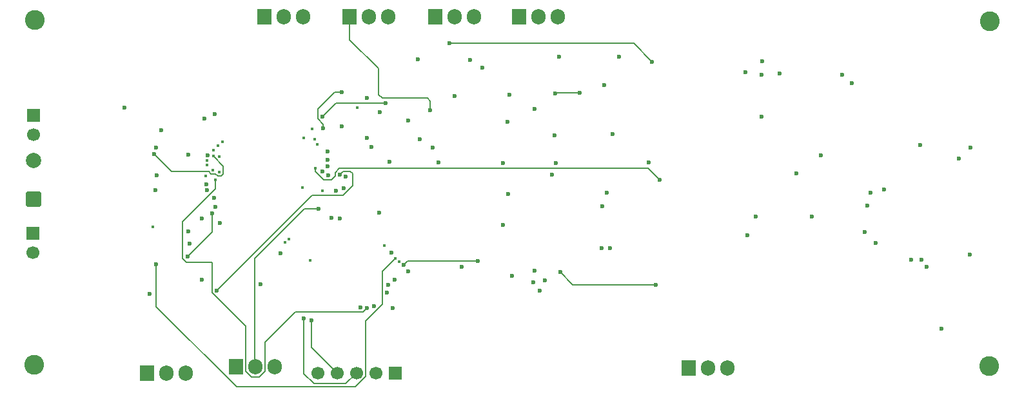
<source format=gbr>
%TF.GenerationSoftware,KiCad,Pcbnew,9.0.2*%
%TF.CreationDate,2025-07-10T19:46:15+05:30*%
%TF.ProjectId,STM32 ESC PCB Design,53544d33-3220-4455-9343-205043422044,rev?*%
%TF.SameCoordinates,Original*%
%TF.FileFunction,Copper,L5,Inr*%
%TF.FilePolarity,Positive*%
%FSLAX46Y46*%
G04 Gerber Fmt 4.6, Leading zero omitted, Abs format (unit mm)*
G04 Created by KiCad (PCBNEW 9.0.2) date 2025-07-10 19:46:15*
%MOMM*%
%LPD*%
G01*
G04 APERTURE LIST*
G04 Aperture macros list*
%AMRoundRect*
0 Rectangle with rounded corners*
0 $1 Rounding radius*
0 $2 $3 $4 $5 $6 $7 $8 $9 X,Y pos of 4 corners*
0 Add a 4 corners polygon primitive as box body*
4,1,4,$2,$3,$4,$5,$6,$7,$8,$9,$2,$3,0*
0 Add four circle primitives for the rounded corners*
1,1,$1+$1,$2,$3*
1,1,$1+$1,$4,$5*
1,1,$1+$1,$6,$7*
1,1,$1+$1,$8,$9*
0 Add four rect primitives between the rounded corners*
20,1,$1+$1,$2,$3,$4,$5,0*
20,1,$1+$1,$4,$5,$6,$7,0*
20,1,$1+$1,$6,$7,$8,$9,0*
20,1,$1+$1,$8,$9,$2,$3,0*%
G04 Aperture macros list end*
%TA.AperFunction,ComponentPad*%
%ADD10C,2.600000*%
%TD*%
%TA.AperFunction,ComponentPad*%
%ADD11R,1.700000X1.700000*%
%TD*%
%TA.AperFunction,ComponentPad*%
%ADD12C,1.700000*%
%TD*%
%TA.AperFunction,ComponentPad*%
%ADD13R,1.905000X2.000000*%
%TD*%
%TA.AperFunction,ComponentPad*%
%ADD14O,1.905000X2.000000*%
%TD*%
%TA.AperFunction,ComponentPad*%
%ADD15RoundRect,0.250000X0.750000X-0.750000X0.750000X0.750000X-0.750000X0.750000X-0.750000X-0.750000X0*%
%TD*%
%TA.AperFunction,ComponentPad*%
%ADD16C,2.000000*%
%TD*%
%TA.AperFunction,ViaPad*%
%ADD17C,0.600000*%
%TD*%
%TA.AperFunction,ViaPad*%
%ADD18C,0.400000*%
%TD*%
%TA.AperFunction,Conductor*%
%ADD19C,0.200000*%
%TD*%
G04 APERTURE END LIST*
D10*
%TO.N,N/C*%
%TO.C,REF\u002A\u002A*%
X171900000Y-77100000D03*
%TD*%
D11*
%TO.N,POWER_GND*%
%TO.C,J4*%
X46300000Y-59660000D03*
D12*
X46300000Y-62200000D03*
%TD*%
D13*
%TO.N,Net-(Q7-G)*%
%TO.C,Q7*%
X61300000Y-78000000D03*
D14*
%TO.N,MOTOR_W*%
X63840000Y-78000000D03*
%TO.N,R_SHUNT1_N*%
X66380000Y-78000000D03*
%TD*%
D15*
%TO.N,POWER_GND*%
%TO.C,D6*%
X46400000Y-55180000D03*
D16*
%TO.N,+12POWER*%
X46400000Y-50100000D03*
%TD*%
D13*
%TO.N,Net-(Q4-G)*%
%TO.C,Q4*%
X87920000Y-31200000D03*
D14*
%TO.N,V_Bridge*%
X90460000Y-31200000D03*
%TO.N,MOTOR_V*%
X93000000Y-31200000D03*
%TD*%
D13*
%TO.N,Net-(Q3-G)*%
%TO.C,Q3*%
X110120000Y-31200000D03*
D14*
%TO.N,MOTOR_U*%
X112660000Y-31200000D03*
%TO.N,R_SHUNT1_P*%
X115200000Y-31200000D03*
%TD*%
D11*
%TO.N,+12POWER*%
%TO.C,J3*%
X46400000Y-44160000D03*
D12*
X46400000Y-46700000D03*
%TD*%
D13*
%TO.N,Net-(Q1-G)*%
%TO.C,Q1*%
X99120000Y-31200000D03*
D14*
%TO.N,V_Bridge*%
X101660000Y-31200000D03*
%TO.N,MOTOR_U*%
X104200000Y-31200000D03*
%TD*%
D10*
%TO.N,N/C*%
%TO.C,REF\u002A\u002A*%
X46500000Y-76900000D03*
%TD*%
D13*
%TO.N,Net-(Q2-G)*%
%TO.C,Q2*%
X132420000Y-77300000D03*
D14*
%TO.N,POWER_GND*%
X134960000Y-77300000D03*
%TO.N,R_SHUNT1_N*%
X137500000Y-77300000D03*
%TD*%
D11*
%TO.N,VDD_3V3*%
%TO.C,J1*%
X93900000Y-78000000D03*
D12*
%TO.N,R_SHUNT1_N*%
X91360000Y-78000000D03*
%TO.N,SWDIO*%
X88820000Y-78000000D03*
%TO.N,SWDCLK*%
X86280000Y-78000000D03*
%TO.N,unconnected-(J1-Pin_5-Pad5)*%
X83740000Y-78000000D03*
%TD*%
D10*
%TO.N,N/C*%
%TO.C,REF\u002A\u002A*%
X46600000Y-31600000D03*
%TD*%
%TO.N,N/C*%
%TO.C,REF\u002A\u002A*%
X172000000Y-31800000D03*
%TD*%
D13*
%TO.N,Net-(Q6-G)*%
%TO.C,Q6*%
X73000000Y-77200000D03*
D14*
%TO.N,V_Bridge*%
X75540000Y-77200000D03*
%TO.N,MOTOR_W*%
X78080000Y-77200000D03*
%TD*%
D13*
%TO.N,Net-(Q5-G)*%
%TO.C,Q5*%
X76700000Y-31200000D03*
D14*
%TO.N,MOTOR_V*%
X79240000Y-31200000D03*
%TO.N,R_SHUNT2_P*%
X81780000Y-31200000D03*
%TD*%
D17*
%TO.N,PHCM_U*%
X62500000Y-63700000D03*
%TO.N,Net-(U1-REF)*%
X95600000Y-44800000D03*
%TO.N,MOTOR_V*%
X93100000Y-50200000D03*
%TO.N,Net-(U1-BST_A)*%
X127200000Y-50300000D03*
D18*
X83000000Y-45900000D03*
D17*
%TO.N,MOTOR_U*%
X121300000Y-40200000D03*
X122400000Y-46600000D03*
%TO.N,+12POWER*%
X142000000Y-44300000D03*
%TO.N,VDD_3V3*%
X62500000Y-48400000D03*
%TO.N,Net-(C27-Pad1)*%
X127600000Y-37100000D03*
X101000000Y-34700000D03*
%TO.N,BUCK_FB*%
X155500000Y-59500000D03*
X155900000Y-56000000D03*
%TO.N,MOTOR_V*%
X112200000Y-43300000D03*
%TO.N,nOCTW*%
X70150000Y-43950000D03*
%TO.N,nFAULT*%
X68854260Y-44545740D03*
%TO.N,nOCTW*%
X93800000Y-65700000D03*
%TO.N,nFAULT*%
X93000000Y-66400000D03*
%TO.N,PHCM_V*%
X66900000Y-61000000D03*
D18*
%TO.N,Net-(U1-GVDD)*%
X70600000Y-48100000D03*
D17*
X58300000Y-43100000D03*
%TO.N,R_SHUNT1_N*%
X90200000Y-47100000D03*
X87400000Y-52200000D03*
D18*
%TO.N,Net-(U1-CP2)*%
X69990478Y-49515080D03*
D17*
%TO.N,Net-(U1-CP1)*%
X63200000Y-46100000D03*
D18*
X70000000Y-48700000D03*
D17*
%TO.N,Net-(U1-DVDD)*%
X62550000Y-52050000D03*
X69100000Y-53200000D03*
%TO.N,Net-(U1-REF)*%
X69200000Y-54000000D03*
X62400000Y-54000000D03*
%TO.N,V_Bridge*%
X96900000Y-36800000D03*
X61600000Y-67600000D03*
X142000000Y-38800000D03*
D18*
X62100000Y-58800000D03*
D17*
X142100000Y-37000000D03*
X115400000Y-36400000D03*
X152600000Y-38800000D03*
X83800000Y-56400000D03*
X153800000Y-39900000D03*
X123300000Y-36400000D03*
%TO.N,Net-(U1-AVDD)*%
X70900000Y-58300000D03*
X70300000Y-56200000D03*
%TO.N,PHCM_V*%
X122100000Y-61600000D03*
X93400000Y-62200000D03*
D18*
%TO.N,PHCM_U*%
X93900000Y-62900000D03*
D17*
X121000000Y-61600000D03*
D18*
%TO.N,Net-(U1-BST_C)*%
X83400000Y-51100000D03*
D17*
X128600000Y-52600000D03*
%TO.N,MOTOR_W*%
X121100000Y-56100000D03*
X85100000Y-52000000D03*
X87100000Y-53700000D03*
X112900000Y-67200000D03*
X121700000Y-54300000D03*
X113500000Y-65800000D03*
%TO.N,MOTOR_V*%
X115000000Y-50400000D03*
X85000000Y-48900000D03*
%TO.N,MOTOR_U*%
X105300000Y-37900000D03*
D18*
X81900000Y-47100000D03*
D17*
%TO.N,Net-(U1-BIAS)*%
X114900000Y-41300000D03*
X84300000Y-44300000D03*
X92600000Y-42500000D03*
X118100000Y-41200000D03*
%TO.N,BUCK_COMP*%
X156270000Y-54330000D03*
X158100000Y-53900000D03*
X167900000Y-49800000D03*
X169400000Y-48400000D03*
%TO.N,Net-(U2-VIN)*%
X149799000Y-49399000D03*
X139900000Y-38500000D03*
X162800000Y-48000000D03*
X144400000Y-38600000D03*
%TO.N,BUCK_PH*%
X148600000Y-57400000D03*
X141200000Y-57400000D03*
X163700000Y-64000000D03*
%TO.N,BUCK_BOOT*%
X146600000Y-51800000D03*
X169300000Y-62400000D03*
%TO.N,VDD_3V3*%
X140100000Y-59900000D03*
X157000000Y-60900000D03*
X76200000Y-66300000D03*
X165600000Y-72200000D03*
X91100000Y-69200000D03*
X108700000Y-54500000D03*
D18*
%TO.N,R_SHUNT1_P*%
X81700000Y-53600000D03*
X83650000Y-47950000D03*
D17*
%TO.N,R_SHUNT2_P*%
X86900000Y-45600000D03*
X91900000Y-43700000D03*
X85000000Y-50800000D03*
X114800000Y-46800000D03*
D18*
X84350000Y-54050000D03*
D17*
%TO.N,Net-(C31-Pad1)*%
X101700000Y-41600000D03*
X114500000Y-51900000D03*
%TO.N,NRST*%
X115550000Y-64750000D03*
X128100000Y-66400000D03*
D18*
X94400000Y-63400000D03*
D17*
X98800000Y-48400000D03*
%TO.N,Net-(C34-Pad1)*%
X108900000Y-41400000D03*
X108600000Y-45000000D03*
%TO.N,AVDD_3V3*%
X108000000Y-50400000D03*
X85500000Y-57600000D03*
X91800000Y-56900000D03*
X99600000Y-50300000D03*
%TO.N,HSE_IN*%
X95600000Y-64600000D03*
X102600000Y-64000000D03*
X109200000Y-65200000D03*
%TO.N,Net-(C39-Pad1)*%
X112224265Y-64575735D03*
X112000000Y-66100000D03*
%TO.N,SWDCLK*%
X82900000Y-71100000D03*
%TO.N,SWDIO*%
X81900000Y-70800000D03*
%TO.N,Net-(Q3-G)*%
X103700000Y-36900000D03*
%TO.N,Net-(Q4-G)*%
X98500000Y-43500000D03*
%TO.N,Net-(Q6-G)*%
X93600000Y-69500000D03*
%TO.N,Net-(U1-OC_ADJ)*%
X66700000Y-49300000D03*
X69300000Y-49400000D03*
%TO.N,Net-(U1-GAIN)*%
X68500000Y-65700000D03*
X68500000Y-57700000D03*
%TO.N,BUCK_FB*%
X163000000Y-63100000D03*
X161600000Y-63100000D03*
%TO.N,SO1*%
X66600000Y-62700000D03*
X69850000Y-57050000D03*
%TO.N,SO2*%
X66700000Y-59400000D03*
X70100000Y-55000000D03*
%TO.N,GH_A*%
X86900000Y-41100000D03*
X84400000Y-45800000D03*
D18*
%TO.N,GL_A*%
X83300000Y-47300000D03*
X88900000Y-43100000D03*
D17*
%TO.N,GH_B*%
X97100000Y-47300000D03*
X90800000Y-48300000D03*
%TO.N,GL_B*%
X90200000Y-41900000D03*
X85000000Y-50000000D03*
%TO.N,GH_C*%
X86150000Y-54050000D03*
X84300000Y-51500000D03*
%TO.N,GL_C*%
X86600000Y-51900000D03*
X70450000Y-67150000D03*
%TO.N,BOOT0*%
X108000000Y-58500000D03*
X89300000Y-69400000D03*
%TO.N,HSE_OUT*%
X104700000Y-63300000D03*
X95000000Y-63800000D03*
D18*
%TO.N,DC_CAL*%
X71200000Y-47600000D03*
X92450000Y-61250000D03*
%TO.N,PWM2_H*%
X69900000Y-51300000D03*
X79400000Y-60800000D03*
%TO.N,PWM3_L*%
X70300000Y-52600000D03*
D17*
X90200000Y-69500000D03*
D18*
%TO.N,PWM1_L*%
X69200000Y-50700003D03*
D17*
X92800000Y-67400000D03*
D18*
%TO.N,GDR_EN*%
X70800000Y-49600000D03*
D17*
X86600000Y-57700000D03*
D18*
%TO.N,PWM3_H*%
X69000000Y-52100000D03*
D17*
X78800000Y-62300000D03*
D18*
%TO.N,PWM1_H*%
X82700000Y-63200000D03*
X69200000Y-50100000D03*
%TO.N,PWM2_L*%
X70800000Y-51600000D03*
X79900000Y-60400000D03*
D17*
%TO.N,Net-(U1-CP2)*%
X62200000Y-49200000D03*
%TD*%
D19*
%TO.N,PHCM_U*%
X92199000Y-64601000D02*
X93900000Y-62900000D01*
X92199000Y-68950943D02*
X92199000Y-64601000D01*
X89971000Y-78476760D02*
X89971000Y-71178943D01*
X88646760Y-79801000D02*
X89971000Y-78476760D01*
X89971000Y-71178943D02*
X92199000Y-68950943D01*
X73046500Y-79801000D02*
X88646760Y-79801000D01*
X62500000Y-69254500D02*
X73046500Y-79801000D01*
X62500000Y-63700000D02*
X62500000Y-69254500D01*
%TO.N,Net-(U1-CP2)*%
X71301000Y-50825602D02*
X69990478Y-49515080D01*
X71301000Y-51807521D02*
X71301000Y-50825602D01*
X71007521Y-52101000D02*
X71301000Y-51807521D01*
X70592479Y-52101000D02*
X71007521Y-52101000D01*
X70299000Y-51807521D02*
X70592479Y-52101000D01*
X69699000Y-51807521D02*
X70299000Y-51807521D01*
X69399000Y-51507521D02*
X69699000Y-51807521D01*
X64507521Y-51507521D02*
X69399000Y-51507521D01*
X62200000Y-49200000D02*
X64507521Y-51507521D01*
%TO.N,Net-(C27-Pad1)*%
X125200000Y-34700000D02*
X127600000Y-37100000D01*
X101000000Y-34700000D02*
X125200000Y-34700000D01*
%TO.N,V_Bridge*%
X75440000Y-62960000D02*
X82000000Y-56400000D01*
X75440000Y-77100000D02*
X75440000Y-62960000D01*
X82000000Y-56400000D02*
X83800000Y-56400000D01*
X75540000Y-77200000D02*
X75440000Y-77100000D01*
%TO.N,Net-(U1-BST_C)*%
X85499000Y-52601000D02*
X85999000Y-52101000D01*
X85999000Y-52101000D02*
X85999000Y-51651057D01*
X85999000Y-51651057D02*
X86551057Y-51099000D01*
X86551057Y-51099000D02*
X127099000Y-51099000D01*
X84501000Y-52601000D02*
X85499000Y-52601000D01*
X83400000Y-51100000D02*
X83400000Y-51500000D01*
X127099000Y-51099000D02*
X128600000Y-52600000D01*
X83400000Y-51500000D02*
X84501000Y-52601000D01*
%TO.N,Net-(U1-BIAS)*%
X115000000Y-41200000D02*
X114900000Y-41300000D01*
X86100000Y-42500000D02*
X84300000Y-44300000D01*
X92600000Y-42500000D02*
X86100000Y-42500000D01*
X118100000Y-41200000D02*
X115000000Y-41200000D01*
%TO.N,NRST*%
X117200000Y-66400000D02*
X128100000Y-66400000D01*
X115550000Y-64750000D02*
X117200000Y-66400000D01*
%TO.N,SWDCLK*%
X82900000Y-74620000D02*
X82900000Y-71100000D01*
X86280000Y-78000000D02*
X82900000Y-74620000D01*
%TO.N,SWDIO*%
X83200000Y-79400000D02*
X87420000Y-79400000D01*
X81900000Y-78100000D02*
X83200000Y-79400000D01*
X87420000Y-79400000D02*
X88820000Y-78000000D01*
X81900000Y-70800000D02*
X81900000Y-78100000D01*
%TO.N,Net-(Q4-G)*%
X91700000Y-38000000D02*
X91700000Y-41400000D01*
X98500000Y-42300000D02*
X98500000Y-43500000D01*
X87920000Y-34220000D02*
X91700000Y-38000000D01*
X87920000Y-31200000D02*
X87920000Y-34220000D01*
X98100000Y-41900000D02*
X98500000Y-42300000D01*
X92200000Y-41900000D02*
X98100000Y-41900000D01*
X91700000Y-41400000D02*
X92200000Y-41900000D01*
%TO.N,SO1*%
X69850000Y-57050000D02*
X69850000Y-59450000D01*
X69850000Y-59450000D02*
X66600000Y-62700000D01*
%TO.N,GH_A*%
X85900000Y-41100000D02*
X86900000Y-41100000D01*
X84400000Y-45800000D02*
X84400000Y-45300000D01*
X83699000Y-44599000D02*
X83699000Y-43301000D01*
X83699000Y-43301000D02*
X85900000Y-41100000D01*
X84400000Y-45300000D02*
X83699000Y-44599000D01*
%TO.N,GL_C*%
X88300000Y-51800000D02*
X88000000Y-51500000D01*
X70450000Y-67150000D02*
X82949000Y-54651000D01*
X88000000Y-51500000D02*
X87000000Y-51500000D01*
X87000000Y-51500000D02*
X86600000Y-51900000D01*
X87049000Y-54651000D02*
X88300000Y-53400000D01*
X82949000Y-54651000D02*
X87049000Y-54651000D01*
X88300000Y-53400000D02*
X88300000Y-51800000D01*
%TO.N,HSE_OUT*%
X95500000Y-63300000D02*
X104700000Y-63300000D01*
X95000000Y-63800000D02*
X95500000Y-63300000D01*
%TO.N,PWM3_L*%
X75020783Y-78501000D02*
X74286500Y-77766717D01*
X76793500Y-73958443D02*
X76793500Y-77766717D01*
X74286500Y-77766717D02*
X74286500Y-71836443D01*
X74286500Y-71836443D02*
X69849000Y-67398943D01*
X76059217Y-78501000D02*
X75020783Y-78501000D01*
X65999000Y-62948943D02*
X65999000Y-58101000D01*
X80750943Y-70001000D02*
X76793500Y-73958443D01*
X76793500Y-77766717D02*
X76059217Y-78501000D01*
X65999000Y-58101000D02*
X70300000Y-53800000D01*
X90200000Y-69500000D02*
X89699000Y-70001000D01*
X89699000Y-70001000D02*
X80750943Y-70001000D01*
X70300000Y-53800000D02*
X70300000Y-52600000D01*
X69849000Y-63424000D02*
X66474057Y-63424000D01*
X66474057Y-63424000D02*
X65999000Y-62948943D01*
X69849000Y-67398943D02*
X69849000Y-63424000D01*
%TD*%
M02*

</source>
